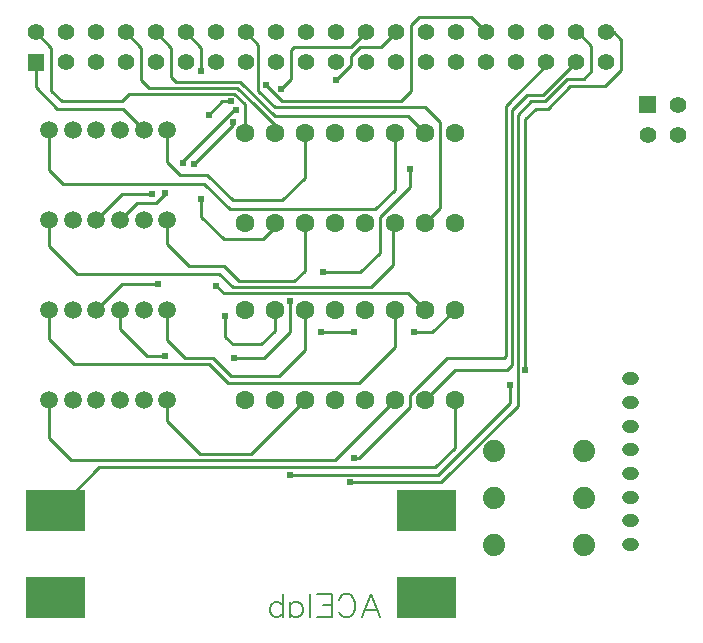
<source format=gbl>
G04 Layer: BottomLayer*
G04 EasyEDA v6.4.31, 2022-02-22 11:53:35*
G04 0e17b504a1c74eaf9c4f321eb8a460b9,d16b5419f4934f6baf9a23abf8230603,10*
G04 Gerber Generator version 0.2*
G04 Scale: 100 percent, Rotated: No, Reflected: No *
G04 Dimensions in millimeters *
G04 leading zeros omitted , absolute positions ,4 integer and 5 decimal *
%FSLAX45Y45*%
%MOMM*%

%ADD10C,0.2540*%
%ADD11C,0.2032*%
%ADD12C,0.6010*%
%ADD13C,0.6096*%
%ADD14C,1.4148*%
%ADD16C,1.5000*%
%ADD17C,1.8796*%
%ADD18C,1.6000*%
%ADD20C,1.1000*%

%LPD*%
D11*
X4371108Y3519746D02*
G01*
X4445000Y3325784D01*
X4371108Y3519746D02*
G01*
X4297217Y3325784D01*
X4417291Y3390437D02*
G01*
X4324926Y3390437D01*
X4097713Y3473564D02*
G01*
X4106948Y3492037D01*
X4125422Y3510511D01*
X4143895Y3519746D01*
X4180840Y3519746D01*
X4199313Y3510511D01*
X4217784Y3492037D01*
X4227022Y3473564D01*
X4236257Y3445855D01*
X4236257Y3399675D01*
X4227022Y3371964D01*
X4217784Y3353493D01*
X4199313Y3335020D01*
X4180840Y3325784D01*
X4143895Y3325784D01*
X4125422Y3335020D01*
X4106948Y3353493D01*
X4097713Y3371964D01*
X4036753Y3519746D02*
G01*
X4036753Y3325784D01*
X4036753Y3519746D02*
G01*
X3916679Y3519746D01*
X4036753Y3427384D02*
G01*
X3962862Y3427384D01*
X4036753Y3325784D02*
G01*
X3916679Y3325784D01*
X3855720Y3519746D02*
G01*
X3855720Y3325784D01*
X3683924Y3455093D02*
G01*
X3683924Y3325784D01*
X3683924Y3427384D02*
G01*
X3702395Y3445855D01*
X3720868Y3455093D01*
X3748577Y3455093D01*
X3767051Y3445855D01*
X3785524Y3427384D01*
X3794759Y3399675D01*
X3794759Y3381202D01*
X3785524Y3353493D01*
X3767051Y3335020D01*
X3748577Y3325784D01*
X3720868Y3325784D01*
X3702395Y3335020D01*
X3683924Y3353493D01*
X3622964Y3519746D02*
G01*
X3622964Y3325784D01*
X3622964Y3427384D02*
G01*
X3604491Y3445855D01*
X3586017Y3455093D01*
X3558308Y3455093D01*
X3539835Y3445855D01*
X3521364Y3427384D01*
X3512126Y3399675D01*
X3512126Y3381202D01*
X3521364Y3353493D01*
X3539835Y3335020D01*
X3558308Y3325784D01*
X3586017Y3325784D01*
X3604491Y3335020D01*
X3622964Y3353493D01*
D10*
X1701800Y4229100D02*
G01*
X2070100Y4597400D01*
X4914900Y4597400D01*
X5080000Y4762500D01*
X5080000Y5168900D01*
X4826000Y5168900D02*
G01*
X5080000Y5422900D01*
X5524500Y5422900D01*
X5562600Y5461000D01*
X5562600Y7620000D01*
X5689600Y7747000D01*
X5829300Y7747000D01*
X6106922Y8023860D01*
X4572000Y5168900D02*
G01*
X4064000Y4660900D01*
X1828800Y4660900D01*
X1646301Y4843398D01*
X1646301Y5168900D01*
X3810000Y5168900D02*
G01*
X3352800Y4711700D01*
X2921000Y4711700D01*
X2646425Y4986273D01*
X2646425Y5168900D01*
X4572000Y5930900D02*
G01*
X4572000Y5613400D01*
X4267200Y5308600D01*
X3162300Y5308600D01*
X2997200Y5473700D01*
X1854200Y5473700D01*
X1646301Y5681598D01*
X1646301Y5930900D01*
X3810000Y5930900D02*
G01*
X3810000Y5588000D01*
X3594100Y5372100D01*
X3187700Y5372100D01*
X3035300Y5524500D01*
X2794000Y5524500D01*
X2646425Y5672073D01*
X2646425Y5930900D01*
X4572000Y7429500D02*
G01*
X4572000Y6946900D01*
X4406900Y6781800D01*
X3175000Y6781800D01*
X2959100Y6997700D01*
X1765300Y6997700D01*
X1646173Y7116826D01*
X1646173Y7454900D01*
X3810000Y7429500D02*
G01*
X3810000Y7048500D01*
X3619500Y6858000D01*
X3200400Y6858000D01*
X2984500Y7073900D01*
X2755900Y7073900D01*
X2646425Y7183373D01*
X2646425Y7454900D01*
X2446274Y7454900D02*
G01*
X2268474Y7632700D01*
X1714500Y7632700D01*
X1535023Y7812176D01*
X1535023Y8023860D01*
X4191000Y4470400D02*
G01*
X4965700Y4470400D01*
X5613400Y5118100D01*
X5613400Y7581900D01*
X5727700Y7696200D01*
X5842000Y7696200D01*
X6032500Y7886700D01*
X6172200Y7886700D01*
X6235700Y7950200D01*
X6235700Y8166100D01*
X6123940Y8277860D01*
X6106922Y8277860D01*
X3683000Y4533900D02*
G01*
X4940300Y4533900D01*
X5549900Y5143500D01*
X5549900Y5295900D01*
X5676900Y5422900D02*
G01*
X5676900Y7543800D01*
X5765800Y7632700D01*
X5867400Y7632700D01*
X6057900Y7823200D01*
X6350000Y7823200D01*
X6489700Y7962900D01*
X6489700Y8216900D01*
X6428740Y8277860D01*
X6361023Y8277860D01*
X2805023Y8277860D02*
G01*
X2933700Y8149183D01*
X2933700Y7950200D01*
X2933700Y6870700D02*
G01*
X2933700Y6718300D01*
X3124200Y6527800D01*
X3454400Y6527800D01*
X3556000Y6629400D01*
X3556000Y6667500D01*
X3810000Y6667500D02*
G01*
X3810000Y6261100D01*
X3721100Y6172200D01*
X3251200Y6172200D01*
X3124200Y6299200D01*
X2832100Y6299200D01*
X2646425Y6484873D01*
X2646425Y6692900D01*
X4572000Y6667500D02*
G01*
X4559300Y6654800D01*
X4559300Y6311900D01*
X4368800Y6121400D01*
X3200400Y6121400D01*
X3086100Y6235700D01*
X1879600Y6235700D01*
X1646173Y6469126D01*
X1646173Y6692900D01*
X3060700Y6134100D02*
G01*
X3124200Y6070600D01*
X4686300Y6070600D01*
X4826000Y5930900D01*
X3136900Y5880100D02*
G01*
X3136900Y5702300D01*
X3200400Y5638800D01*
X3441700Y5638800D01*
X3556000Y5753100D01*
X3556000Y5930900D01*
X5080000Y5930900D02*
G01*
X4889500Y5740400D01*
X4737100Y5740400D01*
X4229100Y5740400D02*
G01*
X3949700Y5740400D01*
X2296927Y8277857D02*
G01*
X2425700Y8149084D01*
X2425700Y7874000D01*
X2489200Y7810500D01*
X3238500Y7810500D01*
X3378200Y7670800D01*
X1534921Y8277860D02*
G01*
X1663700Y8149081D01*
X1663700Y7785100D01*
X1752600Y7696200D01*
X2260600Y7696200D01*
X2324100Y7759700D01*
X3213100Y7759700D01*
X3302000Y7670800D01*
X3302000Y7429500D01*
X4329023Y8277860D02*
G01*
X4204563Y8153400D01*
X3721100Y8153400D01*
X3695700Y8128000D01*
X3695700Y7886700D01*
X3606800Y7797800D01*
X2514600Y6908800D02*
G01*
X2262126Y6908800D01*
X2046226Y6692900D01*
X2246375Y6692900D02*
G01*
X2386075Y6832600D01*
X2552700Y6832600D01*
X2628900Y6908800D01*
X2628900Y6921500D01*
X2870200Y7162800D02*
G01*
X3200400Y7493000D01*
X3200400Y7518400D01*
X3219450Y7626350D02*
G01*
X2774950Y7181850D01*
X4076700Y7874000D02*
G01*
X4203700Y8001000D01*
X4203700Y8077200D01*
X4279900Y8153400D01*
X4457700Y8153400D01*
X4582922Y8277860D01*
X4229100Y4673600D02*
G01*
X4267200Y4673600D01*
X4699000Y5105400D01*
X4699000Y5207000D01*
X5016500Y5524500D01*
X5499100Y5524500D01*
X5511800Y5537200D01*
X5511800Y7658100D01*
X5853023Y7999323D01*
X5853023Y8023860D01*
X2246375Y5930900D02*
G01*
X2247900Y5929376D01*
X2247900Y5765800D01*
X2476500Y5537200D01*
X2628900Y5537200D01*
X3213100Y5524500D02*
G01*
X3467100Y5524500D01*
X3632200Y5689600D01*
X3683000Y5740400D01*
X3683000Y6007100D01*
X3962400Y6248400D02*
G01*
X4279900Y6248400D01*
X4445000Y6413500D01*
X4445000Y6718300D01*
X4699000Y6972300D01*
X4699000Y7124700D01*
X2046224Y5930900D02*
G01*
X2262124Y6146800D01*
X2565400Y6146800D01*
X2997200Y7581900D02*
G01*
X3111500Y7696200D01*
X3187700Y7696200D01*
X3479800Y7835900D02*
G01*
X3619500Y7696200D01*
X4622800Y7696200D01*
X4711700Y7785100D01*
X4711700Y8343900D01*
X4775200Y8407400D01*
X5215483Y8407400D01*
X5345023Y8277860D01*
X2551023Y8277860D02*
G01*
X2679700Y8149183D01*
X2679700Y7899400D01*
X2717800Y7861300D01*
X3263900Y7861300D01*
X3556000Y7569200D01*
X4686300Y7569200D01*
X4826000Y7429500D01*
X3312922Y8277860D02*
G01*
X3416300Y8174481D01*
X3416300Y7785100D01*
X3556000Y7645400D01*
X4826000Y7645400D01*
X4953000Y7518400D01*
X4953000Y6794500D01*
X4826000Y6667500D01*
X3378200Y7670800D02*
G01*
X3556000Y7493000D01*
X3556000Y7429500D01*
D14*
G01*
X6974357Y7412405D03*
G36*
X1464287Y8094598D02*
G01*
X1605765Y8094598D01*
X1605765Y7953120D01*
X1464287Y7953120D01*
G37*
G01*
X1789023Y8023860D03*
G01*
X2043023Y8023860D03*
G01*
X2297023Y8023860D03*
G01*
X2551023Y8023860D03*
G01*
X2805023Y8023860D03*
G01*
X1535023Y8277860D03*
G01*
X1789023Y8277860D03*
G01*
X2043023Y8277860D03*
G01*
X2297023Y8277860D03*
G01*
X2551023Y8277860D03*
G01*
X2805023Y8277860D03*
G01*
X3059023Y8023860D03*
G01*
X3059023Y8277860D03*
G01*
X3313023Y8023860D03*
G01*
X3567023Y8023860D03*
G01*
X3821023Y8023860D03*
G01*
X4075023Y8023860D03*
G01*
X4329023Y8023860D03*
G01*
X4583023Y8023860D03*
G01*
X3313023Y8277860D03*
G01*
X3567023Y8277860D03*
G01*
X3821023Y8277860D03*
G01*
X4075023Y8277860D03*
G01*
X4329023Y8277860D03*
G01*
X4583023Y8277860D03*
G01*
X4837023Y8023860D03*
G01*
X4837023Y8277860D03*
G01*
X5091023Y8023860D03*
G01*
X5345023Y8023860D03*
G01*
X5599023Y8023860D03*
G01*
X5853023Y8023860D03*
G01*
X6107023Y8023860D03*
G01*
X6361023Y8023860D03*
G01*
X5091023Y8277860D03*
G01*
X5345023Y8277860D03*
G01*
X5599023Y8277860D03*
G01*
X5853023Y8277860D03*
G01*
X6107023Y8277860D03*
G01*
X6361023Y8277860D03*
G36*
X6639608Y7737139D02*
G01*
X6781086Y7737139D01*
X6781086Y7595661D01*
X6639608Y7595661D01*
G37*
G01*
X6974357Y7666405D03*
G01*
X6720357Y7412405D03*
D16*
G01*
X1646301Y7454900D03*
G01*
X1846326Y7454900D03*
G01*
X2046224Y7454900D03*
G01*
X2246375Y7454900D03*
G01*
X2446274Y7454900D03*
G01*
X2646425Y7454900D03*
G01*
X1646301Y6692900D03*
G01*
X1846326Y6692900D03*
G01*
X2046224Y6692900D03*
G01*
X2246375Y6692900D03*
G01*
X2446274Y6692900D03*
G01*
X2646425Y6692900D03*
G01*
X1646301Y5930900D03*
G01*
X1846326Y5930900D03*
G01*
X2046224Y5930900D03*
G01*
X2246375Y5930900D03*
G01*
X2446274Y5930900D03*
G01*
X2646425Y5930900D03*
G01*
X1646301Y5168900D03*
G01*
X1846326Y5168900D03*
G01*
X2046224Y5168900D03*
G01*
X2246375Y5168900D03*
G01*
X2446274Y5168900D03*
G01*
X2646425Y5168900D03*
D17*
G01*
X6172200Y4737100D03*
G01*
X5410200Y4737100D03*
G01*
X6172200Y4337050D03*
G01*
X5410200Y4337050D03*
G01*
X6172200Y3937000D03*
G01*
X5410200Y3937000D03*
D18*
G01*
X3302000Y6667500D03*
G01*
X3556000Y6667500D03*
G01*
X3810000Y6667500D03*
G01*
X4064000Y6667500D03*
G01*
X4318000Y6667500D03*
G01*
X4572000Y6667500D03*
G01*
X4826000Y6667500D03*
G01*
X5080000Y6667500D03*
G01*
X5080000Y7429500D03*
G01*
X4826000Y7429500D03*
G01*
X4572000Y7429500D03*
G01*
X4318000Y7429500D03*
G01*
X4064000Y7429500D03*
G01*
X3810000Y7429500D03*
G01*
X3556000Y7429500D03*
G01*
X3302000Y7429500D03*
G01*
X3302000Y5168900D03*
G01*
X3556000Y5168900D03*
G01*
X3810000Y5168900D03*
G01*
X4064000Y5168900D03*
G01*
X4318000Y5168900D03*
G01*
X4572000Y5168900D03*
G01*
X4826000Y5168900D03*
G01*
X5080000Y5168900D03*
G01*
X5080000Y5930900D03*
G01*
X4826000Y5930900D03*
G01*
X4572000Y5930900D03*
G01*
X4318000Y5930900D03*
G01*
X4064000Y5930900D03*
G01*
X3810000Y5930900D03*
G01*
X3556000Y5930900D03*
G01*
X3302000Y5930900D03*
G36*
X1451863Y4404105D02*
G01*
X1951736Y4404105D01*
X1951736Y4054094D01*
X1451863Y4054094D01*
G37*
G36*
X1451863Y3667505D02*
G01*
X1951736Y3667505D01*
X1951736Y3317494D01*
X1451863Y3317494D01*
G37*
G36*
X4588763Y3667505D02*
G01*
X5088636Y3667505D01*
X5088636Y3317494D01*
X4588763Y3317494D01*
G37*
G36*
X4588763Y4404105D02*
G01*
X5088636Y4404105D01*
X5088636Y4054094D01*
X4588763Y4054094D01*
G37*
D12*
G01*
X4191000Y4470400D03*
D13*
G01*
X3683000Y4533900D03*
G01*
X5549900Y5295900D03*
G01*
X5676900Y5422900D03*
G01*
X2933700Y7950200D03*
G01*
X2933700Y6870700D03*
G01*
X3060700Y6134100D03*
G01*
X3136900Y5880100D03*
G01*
X4737100Y5740400D03*
G01*
X4229100Y5740400D03*
G01*
X3949700Y5740400D03*
G01*
X3606800Y7797800D03*
G01*
X3225800Y7620000D03*
G01*
X2781300Y7175500D03*
G01*
X2514600Y6908800D03*
G01*
X2628900Y6921500D03*
G01*
X2870200Y7162800D03*
G01*
X3200400Y7518400D03*
G01*
X4076700Y7874000D03*
G01*
X4229100Y4673600D03*
G01*
X2628900Y5537200D03*
G01*
X3213100Y5524500D03*
G01*
X3683000Y6007100D03*
G01*
X3962400Y6248400D03*
G01*
X4699000Y7124700D03*
G01*
X2565400Y6146800D03*
G01*
X2997200Y7581900D03*
G01*
X3187700Y7696200D03*
G01*
X3479800Y7835900D03*
D20*
X6550901Y5348198D02*
G01*
X6580901Y5348198D01*
X6550901Y5148198D02*
G01*
X6580901Y5148198D01*
X6550901Y4948199D02*
G01*
X6580901Y4948199D01*
X6550901Y4748199D02*
G01*
X6580901Y4748199D01*
X6550901Y4548200D02*
G01*
X6580901Y4548200D01*
X6550901Y4348200D02*
G01*
X6580901Y4348200D01*
X6550901Y4148201D02*
G01*
X6580901Y4148201D01*
X6550901Y3948201D02*
G01*
X6580901Y3948201D01*
M02*

</source>
